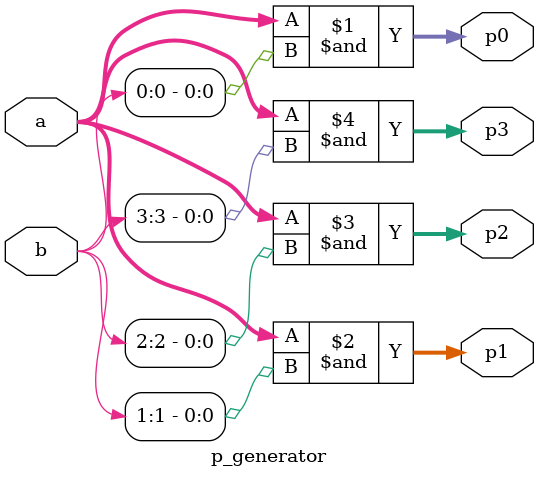
<source format=v>
`timescale 1ns / 1ps

module p_generator(
    input [3:0]a,
    input [3:0]b,
    output [3:0]p0, p1, p2, p3
    );
    
    
    assign p0 = {{a[3:0]&b[0]}};
    assign p1 = {{a[3:0]&b[1]}}; //might need a shifter
    assign p2 = {{a[3:0]&b[2]}};
    assign p3 = {{a[3:0]&b[3]}};
    
endmodule

</source>
